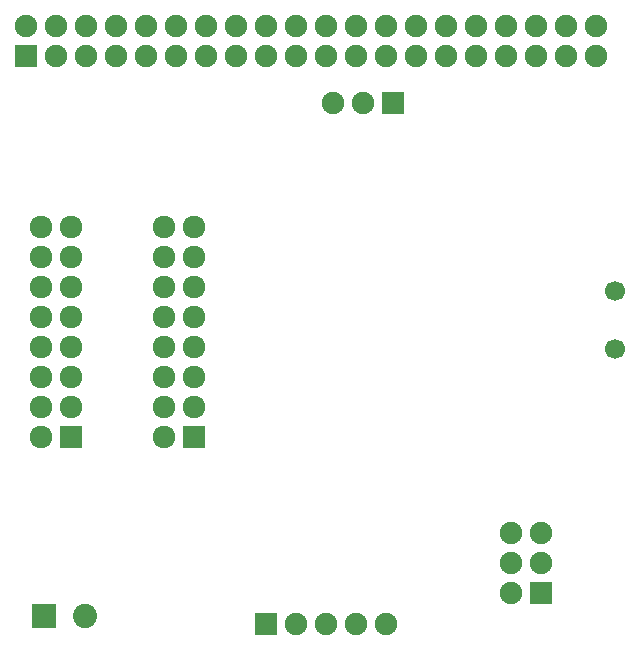
<source format=gbs>
G04 #@! TF.FileFunction,Soldermask,Bot*
%FSLAX46Y46*%
G04 Gerber Fmt 4.6, Leading zero omitted, Abs format (unit mm)*
G04 Created by KiCad (PCBNEW 4.0.7-e2-6376~58~ubuntu16.04.1) date Sun May 27 17:23:26 2018*
%MOMM*%
%LPD*%
G01*
G04 APERTURE LIST*
%ADD10C,0.100000*%
%ADD11R,1.900000X1.900000*%
%ADD12O,1.900000X1.900000*%
%ADD13R,1.927200X1.927200*%
%ADD14O,1.927200X1.927200*%
%ADD15C,1.700000*%
%ADD16R,2.049120X2.049120*%
%ADD17C,2.049120*%
G04 APERTURE END LIST*
D10*
D11*
X132715000Y-56515000D03*
D12*
X132715000Y-53975000D03*
X135255000Y-56515000D03*
X135255000Y-53975000D03*
X137795000Y-56515000D03*
X137795000Y-53975000D03*
X140335000Y-56515000D03*
X140335000Y-53975000D03*
X142875000Y-56515000D03*
X142875000Y-53975000D03*
X145415000Y-56515000D03*
X145415000Y-53975000D03*
X147955000Y-56515000D03*
X147955000Y-53975000D03*
X150495000Y-56515000D03*
X150495000Y-53975000D03*
X153035000Y-56515000D03*
X153035000Y-53975000D03*
X155575000Y-56515000D03*
X155575000Y-53975000D03*
X158115000Y-56515000D03*
X158115000Y-53975000D03*
X160655000Y-56515000D03*
X160655000Y-53975000D03*
X163195000Y-56515000D03*
X163195000Y-53975000D03*
X165735000Y-56515000D03*
X165735000Y-53975000D03*
X168275000Y-56515000D03*
X168275000Y-53975000D03*
X170815000Y-56515000D03*
X170815000Y-53975000D03*
X173355000Y-56515000D03*
X173355000Y-53975000D03*
X175895000Y-56515000D03*
X175895000Y-53975000D03*
X178435000Y-56515000D03*
X178435000Y-53975000D03*
X180975000Y-56515000D03*
X180975000Y-53975000D03*
D13*
X136525000Y-88773000D03*
D14*
X133985000Y-88773000D03*
X136525000Y-86233000D03*
X133985000Y-86233000D03*
X136525000Y-83693000D03*
X133985000Y-83693000D03*
X136525000Y-81153000D03*
X133985000Y-81153000D03*
X136525000Y-78613000D03*
X133985000Y-78613000D03*
X136525000Y-76073000D03*
X133985000Y-76073000D03*
X136525000Y-73533000D03*
X133985000Y-73533000D03*
X136525000Y-70993000D03*
X133985000Y-70993000D03*
D13*
X146939000Y-88773000D03*
D14*
X144399000Y-88773000D03*
X146939000Y-86233000D03*
X144399000Y-86233000D03*
X146939000Y-83693000D03*
X144399000Y-83693000D03*
X146939000Y-81153000D03*
X144399000Y-81153000D03*
X146939000Y-78613000D03*
X144399000Y-78613000D03*
X146939000Y-76073000D03*
X144399000Y-76073000D03*
X146939000Y-73533000D03*
X144399000Y-73533000D03*
X146939000Y-70993000D03*
X144399000Y-70993000D03*
D11*
X176276000Y-101981000D03*
D12*
X173736000Y-101981000D03*
X176276000Y-99441000D03*
X173736000Y-99441000D03*
X176276000Y-96901000D03*
X173736000Y-96901000D03*
D15*
X182511700Y-81292700D03*
X182511700Y-76412700D03*
D11*
X163750000Y-60500000D03*
D12*
X161210000Y-60500000D03*
X158670000Y-60500000D03*
D16*
X134204960Y-103900000D03*
D17*
X137700000Y-103900000D03*
D11*
X152980000Y-104600000D03*
D12*
X155520000Y-104600000D03*
X158060000Y-104600000D03*
X160600000Y-104600000D03*
X163140000Y-104600000D03*
M02*

</source>
